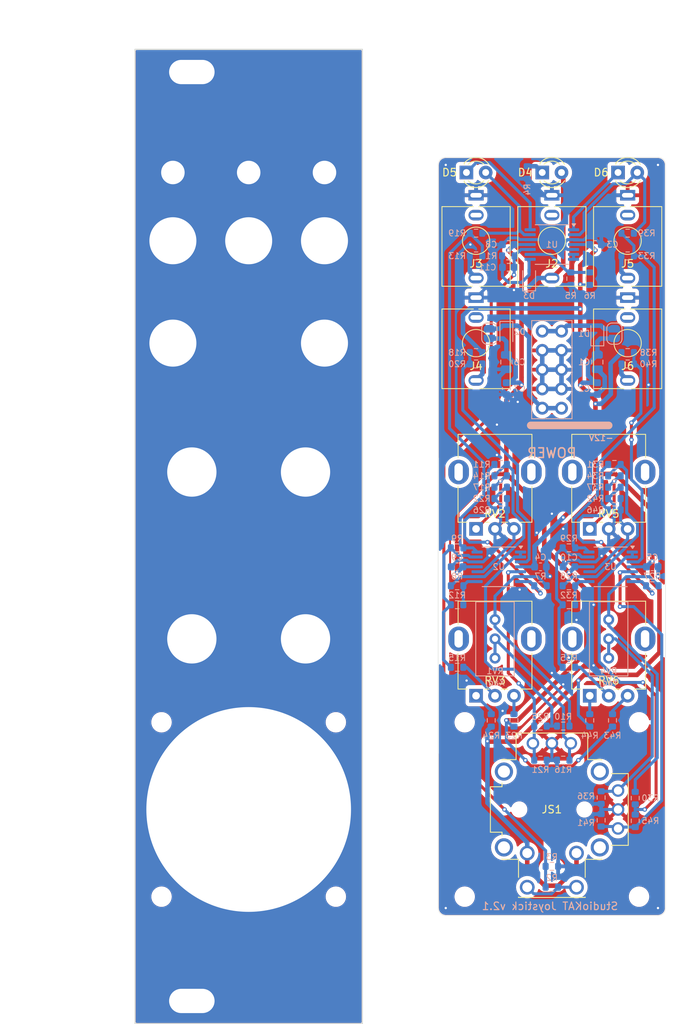
<source format=kicad_pcb>
(kicad_pcb (version 20240108) (generator "pcbnew") (generator_version "8.0")
  (layers (0 "F.Cu" signal) (31 "B.Cu" signal) (34 "B.Paste" user) (35 "F.Paste" user) (36 "B.SilkS" user "B.Silkscreen") (37 "F.SilkS" user "F.Silkscreen") (38 "B.Mask" user) (39 "F.Mask" user) (44 "Edge.Cuts" user))
  (net 0 "")
  (net 1 "GND")
  (net 2 "+12V")
  (net 3 "-12V")
  (net 4 "Net-(D3-A)")
  (net 5 "Net-(U1C-+)")
  (net 6 "Net-(D1-A)")
  (net 7 "Net-(D2-K)")
  (net 8 "Net-(D3-K)")
  (net 9 "Net-(D4-K)")
  (net 10 "Net-(D5-AK)")
  (net 11 "Net-(D5-KA)")
  (net 12 "Net-(D6-AK)")
  (net 13 "Net-(D6-KA)")
  (net 16 "Net-(J3-PadT)")
  (net 17 "Net-(R13-Pad1)")
  (net 19 "Net-(J5-PadT)")
  (net 22 "Net-(J6-PadT)")
  (net 23 "/X1")
  (net 24 "Net-(JS1-PadB)")
  (net 25 "/X3")
  (net 26 "/Y1")
  (net 27 "/Y3")
  (net 28 "Net-(U1C--)")
  (net 29 "Net-(U2B--)")
  (net 30 "Net-(R14-Pad2)")
  (net 31 "Net-(U2C--)")
  (net 32 "Net-(R15-Pad1)")
  (net 33 "Net-(R23-Pad2)")
  (net 34 "Net-(U2D--)")
  (net 35 "Net-(U2A--)")
  (net 36 "Net-(R24-Pad1)")
  (net 37 "Net-(U2A-+)")
  (net 38 "Net-(U2C-+)")
  (net 39 "Net-(U3B--)")
  (net 40 "Net-(R29-Pad2)")
  (net 41 "Net-(U3C--)")
  (net 42 "Net-(R43-Pad2)")
  (net 43 "Net-(R44-Pad1)")
  (net 44 "Net-(R34-Pad2)")
  (net 45 "Net-(U3C-+)")
  (net 46 "Net-(U1B--)")
  (net 47 "Net-(U3A-+)")
  (net 48 "Net-(R35-Pad1)")
  (net 49 "Net-(U3A--)")
  (net 50 "Net-(U3D--)")
  (net 51 "Net-(R28-Pad2)")
  (net 52 "Net-(R27-Pad2)")
  (net 53 "Net-(R12-Pad1)")
  (net 54 "Net-(R11-Pad1)")
  (net 55 "Net-(J4-PadT)")
  (net 56 "GND2")
  (footprint "kat_eurorack:Potentiometer_RV09" (layer "F.Cu") (at 153.5 85.5)
    (property "Reference" "RV5")
    (property "Value" "B100K")
  )
  (footprint "LED_THT:LED_D3.0mm" (layer "F.Cu") (at 144.73 46)
    (property "Reference" "D4")
    (property "Value" "LED")
  )
  (footprint "kat_eurorack:PH_AudioJack_3.5mm_Pad" (layer "F.Cu") (at 116 55)
    (property "Reference" "H8")
    (property "Value" "PH_Jack")
  )
  (footprint "kat_eurorack:MountingHole_2.2mm_M2" (layer "F.Cu") (at 117.5 118.5)
    (property "Reference" "H19" (hide yes))
    (property "Value" "PH_M2")
  )
  (footprint "kat_eurorack:Panel_6HP" (layer "F.Cu") (at 91 29.75)
    (property "Reference" "H1")
    (property "Value" "Panel")
    (fp_line (start 0 0) (end 30 0) (stroke (width 0.12)) (layer "Edge.Cuts"))
    (fp_line (start 0 128.5) (end 0 0) (stroke (width 0.12)) (layer "Edge.Cuts"))
    (fp_line (start 30 0) (end 30 128.5) (stroke (width 0.12)) (layer "Edge.Cuts"))
    (fp_line (start 30 128.5) (end 0 128.5) (stroke (width 0.12)) (layer "Edge.Cuts"))
  )
  (footprint "kat_eurorack:Joystick_RKJXV122400R" (layer "F.Cu") (at 146 130)
    (property "Reference" "JS1")
    (property "Value" "RKJXV122400R")
  )
  (footprint "kat_eurorack:PH_Joystick" (layer "F.Cu") (at 106 130)
    (property "Reference" "H14")
    (property "Value" "PH_Joystick" (hide yes))
  )
  (footprint "kat_eurorack:MountingHole_2.2mm_M2" (layer "F.Cu") (at 157.5 141.5)
    (property "Reference" "H16" (hide yes))
    (property "Value" "PH_M2")
  )
  (footprint "kat_eurorack:AudioJack_PJ301M-12" (layer "F.Cu") (at 136 55)
    (property "Reference" "J3")
    (property "Value" "X_OUT")
  )
  (footprint "kat_eurorack:PH_RV09_center" (layer "F.Cu") (at 98.5 107.5)
    (property "Reference" "H4" (hide yes))
    (property "Value" "PH_Pot" (hide yes))
  )
  (footprint "kat_eurorack:PH_LED_3.0mm_Pad" (layer "F.Cu") (at 116 46)
    (property "Reference" "H13")
    (property "Value" "PH_LED" (hide yes))
  )
  (footprint "kat_eurorack:MountingHole_2.2mm_M2" (layer "F.Cu") (at 157.5 118.5)
    (property "Reference" "H15" (hide yes))
    (property "Value" "PH_M2")
  )
  (footprint "kat_eurorack:MountingHole_2.2mm_M2" (layer "F.Cu") (at 94.5 118.5)
    (property "Reference" "H18" (hide yes))
    (property "Value" "PH_M2")
  )
  (footprint "kat_eurorack:MountingHole_2.2mm_M2" (layer "F.Cu") (at 134.5 141.5)
    (property "Reference" "H17" (hide yes))
    (property "Value" "PH_M2")
  )
  (footprint "kat_eurorack:AudioJack_PJ301M-12" (layer "F.Cu") (at 156 55)
    (property "Reference" "J5")
    (property "Value" "Y_OUT")
  )
  (footprint "kat_eurorack:PH_RV09_center" (layer "F.Cu") (at 113.5 85.5)
    (property "Reference" "H3" (hide yes))
    (property "Value" "PH_Pot" (hide yes))
  )
  (footprint "kat_eurorack:PH_LED_3.0mm_Pad" (layer "F.Cu") (at 106 46)
    (property "Reference" "H11")
    (property "Value" "PH_LED" (hide yes))
  )
  (footprint "kat_eurorack:PH_LED_3.0mm_Pad" (layer "F.Cu") (at 96 46)
    (property "Reference" "H12")
    (property "Value" "PH_LED" (hide yes))
  )
  (footprint "kat_eurorack:PH_RV09_center" (layer "F.Cu") (at 98.5 85.5)
    (property "Reference" "H2" (hide yes))
    (property "Value" "PH_Pot" (hide yes))
  )
  (footprint "kat_eurorack:PH_AudioJack_3.5mm_Pad" (layer "F.Cu") (at 106 55)
    (property "Reference" "H7")
    (property "Value" "PH_Jack")
  )
  (footprint "kat_eurorack:AudioJack_PJ301M-12" (layer "F.Cu") (at 146 55)
    (property "Reference" "J2")
    (property "Value" "GATE")
  )
  (footprint "kat_eurorack:MountingHole_2.2mm_M2" (layer "F.Cu") (at 94.5 141.5)
    (property "Reference" "H20" (hide yes))
    (property "Value" "PH_M2")
  )
  (footprint "LED_THT:LED_D3.0mm" (layer "F.Cu") (at 134.73 46)
    (property "Reference" "D5")
    (property "Value" "LED_RED_GREEN")
  )
  (footprint "kat_eurorack:Potentiometer_RV09" (layer "F.Cu") (at 138.5 107.5)
    (property "Reference" "RV3")
    (property "Value" "B100K")
  )
  (footprint "kat_eurorack:PH_RV09_center" (layer "F.Cu") (at 113.5 107.5)
    (property "Reference" "H5" (hide yes))
    (property "Value" "PH_Pot" (hide yes))
  )
  (footprint "LED_THT:LED_D3.0mm" (layer "F.Cu") (at 154.73 46)
    (property "Reference" "D6")
    (property "Value" "LED_RED_GREEN")
  )
  (footprint "kat_eurorack:Potentiometer_RV09" (layer "F.Cu") (at 153.5 107.5)
    (property "Reference" "RV6")
    (property "Value" "B100K")
  )
  (footprint "kat_eurorack:PH_AudioJack_3.5mm_Pad" (layer "F.Cu") (at 116 68.5)
    (property "Reference" "H10")
    (property "Value" "PH_Jack")
  )
  (footprint "kat_eurorack:PH_AudioJack_3.5mm_Pad" (layer "F.Cu") (at 96 55)
    (property "Reference" "H6")
    (property "Value" "PH_Jack")
  )
  (footprint "kat_eurorack:PH_AudioJack_3.5mm_Pad" (layer "F.Cu") (at 96 68.5)
    (property "Reference" "H9")
    (property "Value" "PH_Jack")
  )
  (footprint "kat_eurorack:Potentiometer_RV09" (layer "F.Cu") (at 138.5 85.5)
    (property "Reference" "RV2")
    (property "Value" "B100K")
  )
  (footprint "kat_eurorack:AudioJack_PJ301M-12" (layer "F.Cu") (at 136 68.5)
    (property "Reference" "J4")
    (property "Value" "X_IN")
  )
  (footprint "kat_eurorack:MountingHole_2.2mm_M2" (layer "F.Cu") (at 117.5 141.5)
    (property "Reference" "H21" (hide yes))
    (property "Value" "PH_M2")
  )
  (footprint "kat_eurorack:MountingHole_2.2mm_M2" (layer "F.Cu") (at 134.5 118.5)
    (property "Reference" "H22" (hide yes))
    (property "Value" "PH_M2")
  )
  (footprint "kat_eurorack:AudioJack_PJ301M-12" (layer "F.Cu") (at 156 68.5)
    (property "Reference" "J6")
    (property "Value" "Y_IN")
  )
  (footprint "Resistor_SMD:R_0603_1608Metric" (layer "B.Cu") (at 148.25 95.5)
    (property "Reference" "R29")
    (property "Value" "10K")
  )
  (footprint "Capacitor_SMD:C_0603_1608Metric" (layer "B.Cu") (at 152 74.5 -90)
    (property "Reference" "C2")
    (property "Value" "100nF")
  )
  (footprint "Resistor_SMD:R_0603_1608Metric" (layer "B.Cu") (at 154.25 87.5 180)
    (property "Reference" "R37")
    (property "Value" "39K")
  )
  (footprint "Resistor_SMD:R_0603_1608Metric" (layer "B.Cu") (at 148.25 111.25 180)
    (property "Reference" "R35")
    (property "Value" "10K")
  )
  (footprint "Resistor_SMD:R_0603_1608Metric" (layer "B.Cu") (at 146 140.25 180)
    (property "Reference" "R2")
    (property "Value" "100K")
  )
  (footprint "Resistor_SMD:R_0603_1608Metric" (layer "B.Cu") (at 133.5 95.5)
    (property "Reference" "R9")
    (property "Value" "10K")
  )
  (footprint "Resistor_SMD:R_0603_1608Metric" (layer "B.Cu") (at 139.25 87.5 180)
    (property "Reference" "R17")
    (property "Value" "39K")
  )
  (footprint "Resistor_SMD:R_0603_1608Metric" (layer "B.Cu") (at 139.25 86)
    (property "Reference" "R14")
    (property "Value" "22K")
  )
  (footprint "Resistor_SMD:R_0603_1608Metric" (layer "B.Cu") (at 136 69.75 180)
    (property "Reference" "R18")
    (property "Value" "1M")
  )
  (footprint "Resistor_SMD:R_0603_1608Metric" (layer "B.Cu") (at 133.5 111.25 180)
    (property "Reference" "R15")
    (property "Value" "10K")
  )
  (footprint "Resistor_SMD:R_0603_1608Metric" (layer "B.Cu") (at 156 54)
    (property "Reference" "R39")
    (property "Value" "3K")
  )
  (footprint "Capacitor_SMD:C_0603_1608Metric" (layer "B.Cu") (at 148.25 98)
    (property "Reference" "C10")
    (property "Value" "100nF")
  )
  (footprint "Capacitor_SMD:C_0603_1608Metric" (layer "B.Cu") (at 140.25 55.5)
    (property "Reference" "C8")
    (property "Value" "100nF")
  )
  (footprint "Package_SO:TSSOP-14_4.4x5mm_P0.65mm" (layer "B.Cu") (at 146 55.5 180)
    (property "Reference" "U1")
    (property "Value" "TL074")
  )
  (footprint "Resistor_SMD:R_0603_1608Metric" (layer "B.Cu") (at 138 118.25 -90)
    (property "Reference" "R24")
    (property "Value" "1K")
  )
  (footprint "Resistor_SMD:R_0603_1608Metric" (layer "B.Cu") (at 159.25 100.5 180)
    (property "Reference" "R27")
    (property "Value" "10K")
  )
  (footprint "Package_SO:TSSOP-14_4.4x5mm_P0.65mm" (layer "B.Cu") (at 139 98 180)
    (property "Reference" "U2")
    (property "Value" "TL074")
  )
  (footprint "Resistor_SMD:R_0603_1608Metric" (layer "B.Cu") (at 139.25 90.5)
    (property "Reference" "R26")
    (property "Value" "100K")
  )
  (footprint "Resistor_SMD:R_0603_1608Metric" (layer "B.Cu") (at 154 118.25 90)
    (property "Reference" "R43")
    (property "Value" "1K")
  )
  (footprint "Resistor_SMD:R_0603_1608Metric" (layer "B.Cu") (at 146 137.5)
    (property "Reference" "R3")
    (property "Value" "470K")
  )
  (footprint "Capacitor_SMD:C_0603_1608Metric" (layer "B.Cu") (at 133.5 98)
    (property "Reference" "C9")
    (property "Value" "100nF")
  )
  (footprint "Resistor_SMD:R_0603_1608Metric" (layer "B.Cu") (at 157 131.5 -90)
    (property "Reference" "R45")
    (property "Value" "10K")
  )
  (footprint "Resistor_SMD:R_0603_1608Metric" (layer "B.Cu") (at 148.25 103 180)
    (property "Reference" "R32")
    (property "Value" "10K")
  )
  (footprint "Diode_SMD:D_SOD-323" (layer "B.Cu") (at 152 67.25 90)
    (property "Reference" "D1")
    (property "Value" "1N5819WS")
  )
  (footprint "Resistor_SMD:R_0603_1608Metric" (layer "B.Cu") (at 152.5 131.425 -90)
    (property "Reference" "R41")
    (property "Value" "8.2K")
  )
  (footprint "Resistor_SMD:R_0603_1608Metric" (layer "B.Cu") (at 133.5 100.5)
    (property "Reference" "R8")
    (property "Value" "150K")
  )
  (footprint "Diode_SMD:D_SOD-323" (layer "B.Cu") (at 140 67.25 -90)
    (property "Reference" "D2")
    (property "Value" "1N5819WS")
  )
  (footprint "Resistor_SMD:R_0603_1608Metric" (layer "B.Cu") (at 140.25 57 180)
    (property "Reference" "R1")
    (property "Value" "1M")
  )
  (footprint "Capacitor_SMD:C_0603_1608Metric" (layer "B.Cu") (at 151.75 55.5)
    (property "Reference" "C3")
    (property "Value" "100nF")
  )
  (footprint "Capacitor_SMD:C_0603_1608Metric" (layer "B.Cu") (at 140.25 58.5 180)
    (property "Reference" "C11")
    (property "Value" "47nF")
  )
  (footprint "Resistor_SMD:R_0603_1608Metric" (layer "B.Cu") (at 144.5 119 180)
    (property "Reference" "R25")
    (property "Value" "10K")
  )
  (footprint "Resistor_SMD:R_0603_1608Metric" (layer "B.Cu") (at 154.25 89)
    (property "Reference" "R42")
    (property "Value" "82K")
  )
  (footprint "Capacitor_SMD:C_0805_2012Metric" (layer "B.Cu") (at 152 71 -90)
    (property "Reference" "C1")
    (property "Value" "22uF")
  )
  (footprint "Package_SO:TSSOP-14_4.4x5mm_P0.65mm" (layer "B.Cu") (at 153.75 98 180)
    (property "Reference" "U3")
    (property "Value" "TL074")
  )
  (footprint "Resistor_SMD:R_0603_1608Metric" (layer "B.Cu") (at 156 69.75)
    (property "Reference" "R38")
    (property "Value" "1M")
  )
  (footprint "Resistor_SMD:R_0603_1608Metric" (layer "B.Cu") (at 156 57 180)
    (property "Reference" "R33")
    (property "Value" "1K")
  )
  (footprint "Resistor_SMD:R_0603_1608Metric" (layer "B.Cu") (at 144.5 100.5 180)
    (property "Reference" "R7")
    (property "Value" "10K")
  )
  (footprint "Capacitor_SMD:C_0603_1608Metric" (layer "B.Cu") (at 140 74.5 90)
    (property "Reference" "C7")
    (property "Value" "100nF")
  )
  (footprint "Resistor_SMD:R_0603_1608Metric" (layer "B.Cu") (at 136 71.25 180)
    (property "Reference" "R20")
    (property "Value" "10K")
  )
  (footprint "Resistor_SMD:R_0603_1608Metric" (layer "B.Cu") (at 139.25 84.5)
    (property "Reference" "R11")
    (property "Value" "100K")
  )
  (footprint "Resistor_SMD:R_0603_1608Metric" (layer "B.Cu") (at 147.5 123.5)
    (property "Reference" "R16")
    (property "Value" "5.1K")
  )
  (footprint "Resistor_SMD:R_0603_1608Metric" (layer "B.Cu") (at 133.5 103 180)
    (property "Reference" "R12")
    (property "Value" "10K")
  )
  (footprint "kat_eurorack:BoxHeader_2x05_2.54mm_Europower" (layer "B.Cu") (at 146 72 180)
    (property "Reference" "J1" (hide yes))
    (property "Value" "POWER")
  )
  (footprint "Resistor_SMD:R_0603_1608Metric" (layer "B.Cu") (at 156 71.25)
    (property "Reference" "R40")
    (property "Value" "10K")
  )
  (footprint "Potentiometer_THT:Potentiometer_Bourns_3296W_Vertical" (layer "B.Cu") (at 138.5 104.96 90)
    (property "Reference" "RV1")
    (property "Value" "5kΩ 502")
  )
  (footprint "Jumper:SolderJumper-2_P1.3mm_Open_RoundedPad1.0x1.5mm" (layer "B.Cu") (at 137.75 67.25 -90)
    (property "Reference" "JP2" (hide yes))
    (property "Value" "Jumper_2_Open")
  )
  (footprint "Capacitor_SMD:C_0805_2012Metric" (layer "B.Cu") (at 140 71 90)
    (property "Reference" "C6")
    (property "Value" "22uF")
  )
  (footprint "Resistor_SMD:R_0603_1608Metric" (layer "B.Cu") (at 147.5 119)
    (property "Reference" "R10")
    (property "Value" "10K")
  )
  (footprint "Resistor_SMD:R_0603_1608Metric" (layer "B.Cu") (at 141 118.25 90)
    (property "Reference" "R23")
    (property "Value" "1K")
  )
  (footprint "Resistor_SMD:R_0603_1608Metric" (layer "B.Cu") (at 136 57 180)
    (property "Reference" "R13")
    (property "Value" "1K")
  )
  (footprint "Capacitor_SMD:C_0603_1608Metric" (layer "B.Cu") (at 144.5 98)
    (property "Reference" "C4")
    (property "Value" "100nF")
  )
  (footprint "Resistor_SMD:R_0603_1608Metric" (layer "B.Cu") (at 154.25 84.5)
    (property "Reference" "R31")
    (property "Value" "100K")
  )
  (footprint "Resistor_SMD:R_0603_1608Metric" (layer "B.Cu") (at 154.25 90.5)
    (property "Reference" "R46")
    (property "Value" "100K")
  )
  (footprint "Diode_SMD:D_SOD-323" (layer "B.Cu") (at 143 60 90)
    (property "Reference" "D3")
    (property "Value" "1N4148WS")
  )
  (footprint "Resistor_SMD:R_0603_1608Metric" (layer "B.Cu") (at 157 128.5 90)
    (property "Reference" "R30")
    (property "Value" "10K")
  )
  (footprint "Resistor_SMD:R_0603_1608Metric" (layer "B.Cu") (at 139.25 89)
    (property "Reference" "R22")
    (property "Value" "82K")
  )
  (footprint "Potentiometer_THT:Potentiometer_Bourns_3296W_Vertical" (layer "B.Cu") (at 153.5 104.96 90)
    (property "Reference" "RV4")
    (property "Value" "5kΩ 502")
  )
  (footprint "Resistor_SMD:R_0603_1608Metric" (layer "B.Cu") (at 151 118.25 -90)
    (property "Reference" "R44")
    (property "Value" "1K")
  )
  (footprint "Jumper:SolderJumper-2_P1.3mm_Open_RoundedPad1.0x1.5mm" (layer "B.Cu") (at 154.25 67.25 -90)
    (property "Reference" "JP1" (hide yes))
    (property "Value" "Jumper_2_Open")
  )
  (footprint "Resistor_SMD:R_0603_1608Metric" (layer "B.Cu") (at 152.5 128.425 90)
    (property "Reference" "R36")
    (property "Value" "5.1K")
  )
  (footprint "Capacitor_SMD:C_0603_1608Metric" (layer "B.Cu") (at 159.25 98)
    (property "Reference" "C5")
    (property "Value" "100nF")
  )
  (footprint "Resistor_SMD:R_0603_1608Metric" (layer "B.Cu") (at 154.25 86)
    (property "Reference" "R34")
    (property "Value" "22K")
  )
  (footprint "Resistor_SMD:R_0603_1608Metric" (layer "B.Cu") (at 148.25 100.5)
    (property "Reference" "R28")
    (property "Value" "150K")
  )
  (footprint "Resistor_SMD:R_0603_1608Metric" (layer "B.Cu") (at 151 60 -90)
    (property "Reference" "R6")
    (property "Value" "10K")
  )
  (footprint "Resistor_SMD:R_0603_1608Metric" (layer "B.Cu") (at 144.5 123.5 180)
    (property "Reference" "R21")
    (property "Value" "8.2K")
  )
  (footprint "Resistor_SMD:R_0603_1608Metric" (layer "B.Cu") (at 136 54)
    (property "Reference" "R19")
    (property "Value" "3K")
  )
  (footprint "Resistor_SMD:R_0603_1608Metric" (layer "B.Cu") (at 142.75 46 -90)
    (property "Reference" "R4")
    (property "Value" "6.2K")
  )
  (footprint "Resistor_SMD:R_0603_1608Metric" (layer "B.Cu") (at 148.5 60 90)
    (property "Reference" "R5")
    (property "Value" "4.7K")
  )
  (gr_line (start 132 144) (end 160 144) (stroke (width 0.05)) (layer "Edge.Cuts"))
  (gr_arc (start 131 45) (mid 131.292893 44.292893) (end 132 44) (stroke (width 0.05)) (layer "Edge.Cuts"))
  (gr_arc (start 132 144) (mid 131.292893 143.707107) (end 131 143) (stroke (width 0.05)) (layer "Edge.Cuts"))
  (gr_line (start 131 45) (end 131 143) (stroke (width 0.05)) (layer "Edge.Cuts"))
  (gr_arc (start 161 143) (mid 160.707107 143.707107) (end 160 144) (stroke (width 0.05)) (layer "Edge.Cuts"))
  (gr_line (start 160 44) (end 132 44) (stroke (width 0.05)) (layer "Edge.Cuts"))
  (gr_arc (start 160 44) (mid 160.707107 44.292893) (end 161 45) (stroke (width 0.05)) (layer "Edge.Cuts"))
  (gr_line (start 161 143) (end 161 45) (stroke (width 0.05)) (layer "Edge.Cuts"))
  (gr_text "Yadj" (at 153.5 113.25 0) (layer "B.SilkS") (effects (font (size 0.8 0.8) (thickness 0.12)) (justify mirror)))
  (gr_text "StudioKAT Joystick v2.1" (at 145.75 142.75 0) (layer "B.SilkS") (effects (font (size 1 1) (thickness 0.15) (bold yes)) (justify mirror)))
  (gr_text "Xadj" (at 138.5 113.25 0) (layer "B.SilkS") (effects (font (size 0.8 0.8) (thickness 0.12)) (justify mirror)))
  (segment (start 143.21 74.54) (end 144.73 74.54) (width 0.6) (layer "F.Cu") (net 1))
  (segment (start 141.5 76.25) (end 143.21 74.54) (width 0.6) (layer "F.Cu") (net 1))
  (via (at 138.75 83.25) (size 0.6) (drill 0.3) (layers "F.Cu" "B.Cu") (net 1))
  (via (at 151.5 103) (size 0.6) (drill 0.3) (layers "F.Cu" "B.Cu") (net 1))
  (via (at 160 99.25) (size 0.6) (drill 0.3) (layers "F.Cu" "B.Cu") (net 1))
  (via (at 134.75 113) (size 0.6) (drill 0.3) (layers "F.Cu" "B.Cu") (net 1))
  (via (at 160 143) (size 0.6) (drill 0.3) (layers "F.Cu" "B.Cu") (net 1))
  (via (at 144 93.5) (size 0.6) (drill 0.3) (layers "F.Cu" "B.Cu") (net 1))
  (via (at 151.5 111) (size 0.6) (drill 0.3) (layers "F.Cu" "B.Cu") (net 1))
  (via (at 132 45) (size 0.6) (drill 0.3) (layers "F.Cu" "B.Cu") (net 1))
  (via (at 146 91) (size 0.6) (drill 0.3) (layers "F.Cu" "B.Cu") (net 1))
  (via (at 135.25 55.5) (size 0.6) (drill 0.3) (layers "F.Cu" "B.Cu") (net 1))
  (via (at 137.767439 96.517439) (size 0.6) (drill 0.3) (layers "F.Cu" "B.Cu") (net 1))
  (via (at 148.25 110) (size 0.6) (drill 0.3) (layers "F.Cu" "B.Cu") (net 1))
  (via (at 147.5 93) (size 0.6) (drill 0.3) (layers "F.Cu" "B.Cu") (net 1))
  (via (at 141 61.5) (size 0.6) (drill 0.3) (layers "F.Cu" "B.Cu") (net 1))
  (via (at 158.75 74) (size 0.6) (drill 0.3) (layers "F.Cu" "B.Cu") (net 1))
  (via (at 145.75 99.25) (size 0.6) (drill 0.3) (layers "F.Cu" "B.Cu") (net 1))
  (via (at 152.5625 96.5625) (size 0.6) (drill 0.3) (layers "F.Cu" "B.Cu") (net 1))
  (via (at 146 112) (size 0.6) (drill 0.3) (layers "F.Cu" "B.Cu") (net 1))
  (via (at 138.75 79.25) (size 0.6) (drill 0.3) (layers "F.Cu" "B.Cu") (net 1))
  (via (at 160 45) (size 0.6) (drill 0.3) (layers "F.Cu" "B.Cu") (net 1))
  (via (at 141.75 101) (size 0.6) (drill 0.3) (layers "F.Cu" "B.Cu") (net 1))
  (via (at 147.5 113.5) (size 0.6) (drill 0.3) (layers "F.Cu" "B.Cu") (net 1))
  (via (at 132 143) (size 0.6) (drill 0.3) (layers "F.Cu" "B.Cu") (net 1))
  (via (at 139.5 117) (size 0.6) (drill 0.3) (layers "F.Cu" "B.Cu") (net 1))
  (via (at 141.5 76.25) (size 0.6) (drill 0.3) (layers "F.Cu" "B.Cu") (net 1))
  (via (at 149.25 105) (size 0.6) (drill 0.3) (layers "F.Cu" "B.Cu") (net 1))
  (segment (start 148.8625 54.8625) (end 148.9 54.9) (width 0.4) (layer "B.Cu") (net 1))
  (segment (start 146.675 123.5) (end 146 123.5) (width 0.4) (layer "B.Cu") (net 1))
  (segment (start 160.025 99.225) (end 160 99.25) (width 0.4) (layer "B.Cu") (net 1))
  (segment (start 151.65 54.625) (end 152.525 55.5) (width 0.4) (layer "B.Cu") (net 1))
  (segment (start 138.5 93) (end 139.25 92.25) (width 0.4) (layer "B.Cu") (net 1))
  (segment (start 138.625 56.35) (end 138.625 59.875) (width 0.4) (layer "B.Cu") (net 1))
  (segment (start 136 49) (end 136.8 49) (width 0.4) (layer "B.Cu") (net 1))
  (segment (start 152.5 130) (end 152.5 130.6) (width 0.4) (layer "B.Cu") (net 1))
  (segment (start 147.505 74.775) (end 147.27 74.54) (width 0.6) (layer "B.Cu") (net 1))
  (segment (start 140 71.95) (end 139.025 72.925) (width 0.6) (layer "B.Cu") (net 1))
  (segment (start 136.934878 97.35) (end 136.1375 97.35) (width 0.4) (layer "B.Cu") (net 1))
  (segment (start 138.625 59.875) (end 136 62.5) (width 0.4) (layer "B.Cu") (net 1))
  (segment (start 147.384878 54.85) (end 147.725 55.190122) (width 0.4) (layer "B.Cu") (net 1))
  (segment (start 140.975 76.25) (end 141.5 76.25) (width 0.6) (layer "B.Cu") (net 1))
  (segment (start 138.5 93) (end 138.5 95.784878) (width 0.4) (layer "B.Cu") (net 1))
  (segment (start 140.35 54.625) (end 139.475 55.5) (width 0.4) (layer "B.Cu") (net 1))
  (segment (start 147.27 69.46) (end 144.73 69.46) (width 0.6) (layer "B.Cu") (net 1))
  (segment (start 150.85 51.577056) (end 150.85 54.259882) (width 0.4) (layer "B.Cu") (net 1))
  (segment (start 133.6 97.125) (end 132.725 98) (width 0.4) (layer "B.Cu") (net 1))
  (segment (start 154.73 130) (end 152.5 130) (width 0.4) (layer "B.Cu") (net 1))
  (segment (start 152.5 129.25) (end 151.5 129.25) (width 0.4) (layer "B.Cu") (net 1))
  (segment (start 151.5 129.25) (end 146.675 124.425) (width 0.4) (layer "B.Cu") (net 1))
  (segment (start 151.775 97.35) (end 150.8875 97.35) (width 0.4) (layer "B.Cu") (net 1))
  (segment (start 145.275 98.775) (end 145.275 98) (width 0.4) (layer "B.Cu") (net 1))
  (segment (start 146.675 124.425) (end 146.675 123.5) (width 0.4) (layer "B.Cu") (net 1))
  (segment (start 146.825 135.425) (end 146.825 137.5) (width 0.4) (layer "B.Cu") (net 1))
  (segment (start 148.8625 54.85) (end 148.065122 54.85) (width 0.4) (layer "B.Cu") (net 1))
  (segment (start 136.8 49) (end 136.8 49.289949) (width 0.4) (layer "B.Cu") (net 1))
  (segment (start 150.8875 97.35) (end 149.740118 97.35) (width 0.4) (layer "B.Cu") (net 1))
  (segment (start 139.475 55.5) (end 138.625 56.35) (width 0.4) (layer "B.Cu") (net 1))
  (segment (start 154.225 92.275) (end 154.225 89.8) (width 0.4) (layer "B.Cu") (net 1))
  (segment (start 152.5 129.25) (end 152.5 130) (width 0.4) (layer "B.Cu") (net 1))
  (segment (start 156 49) (end 153.427056 49) (width 0.4) (layer "B.Cu") (net 1))
  (segment (start 139.925 87.5) (end 138.425 89) (width 0.4) (layer "B.Cu") (net 1))
  (segment (start 148.9 54.9) (end 150.209882 54.9) (width 0.4) (layer "B.Cu") (net 1))
  (segment (start 139.25 89.825) (end 138.425 89) (width 0.4) (layer "B.Cu") (net 1))
  (segment (start 152.975 72.925) (end 152.975 74.3) (width 0.6) (layer "B.Cu") (net 1))
  (segment (start 147.27 74.54) (end 144.73 74.54) (width 0.6) (layer "B.Cu") (net 1))
  (segment (start 145.75 99.25) (end 145.275 98.775) (width 0.4) (layer "B.Cu") (net 1))
  (segment (start 153.427056 49) (end 150.85 51.577056) (width 0.4) (layer "B.Cu") (net 1))
  (segment (start 134.990118 97.35) (end 134.765118 97.125) (width 0.4) (layer "B.Cu") (net 1))
  (segment (start 150.175 62.5) (end 148.5 60.825) (width 0.4) (layer "B.Cu") (net 1))
  (segment (start 152 71.95) (end 152.975 72.925) (width 0.6) (layer "B.Cu") (net 1))
  (segment (start 139.025 74.3) (end 140.975 76.25) (width 0.6) (layer "B.Cu") (net 1))
  (segment (start 139.25 92.25) (end 139.25 89.825) (width 0.4) (layer "B.Cu") (net 1))
  (segment (start 153.5 93) (end 154.225 92.275) (width 0.4) (layer "B.Cu") (net 1))
  (segment (start 150.209882 54.9) (end 150.484882 54.625) (width 0.4) (layer "B.Cu") (net 1))
  (segment (start 136.1375 97.35) (end 134.990118 97.35) (width 0.4) (layer "B.Cu") (net 1))
  (segment (start 144.73 69.46) (end 144.73 74.54) (width 0.6) (layer "B.Cu") (net 1))
  (segment (start 143.1375 54.85) (end 147.384878 54.85) (width 0.4) (layer "B.Cu") (net 1))
  (segment (start 155.075 87.5) (end 154.925 87.5) (width 0.4) (layer "B.Cu") (net 1))
  (segment (start 149.740118 97.35) (end 149.515118 97.125) (width 0.4) (layer "B.Cu") (net 1))
  (segment (start 140.075 87.5) (end 139.925 87.5) (width 0.4) (layer "B.Cu") (net 1))
  (segment (start 141.515118 54.625) (end 140.35 54.625) (width 0.4) (layer "B.Cu") (net 1))
  (segment (start 156 62.5) (end 150.175 62.5) (width 0.4) (layer "B.Cu") (net 1))
  (segment (start 153.5 95.625) (end 152.5625 96.5625) (width 0.4) (layer "B.Cu") (net 1))
  (segment (start 147.27 69.46) (end 147.27 74.54) (width 0.6) (layer "B.Cu") (net 1))
  (segment (start 146 123.5) (end 145.325 123.5) (width 0.4) (layer "B.Cu") (net 1))
  (segment (start 152.975 74.3) (end 152 75.275) (width 0.6) (layer "B.Cu") (net 1))
  (segment (start 143.1375 54.85) (end 141.740118 54.85) (width 0.4) (layer "B.Cu") (net 1))
  (segment (start 151.65 130.6) (end 146.825 135.425) (width 0.4) (layer "B.Cu") (net 1))
  (segment (start 160.025 98) (end 160.025 99.225) (width 0.4) (layer "B.Cu") (net 1))
  (segment (start 141.740118 54.85) (end 141.515118 54.625) (width 0.4) (layer "B.Cu") (net 1))
  (segment (start 150.484882 54.625) (end 151.65 54.625) (width 0.4) (layer "B.Cu") (net 1))
  (segment (start 152.5625 96.5625) (end 151.775 97.35) (width 0.4) (layer "B.Cu") (net 1))
  (segment (start 146 121.27) (end 146 123.5) (width 0.4) (layer "B.Cu") (net 1))
  (segment (start 137.767439 96.517439) (end 136.934878 97.35) (width 0.4) (layer "B.Cu") (net 1))
  (segment (start 154.925 87.5) (end 153.425 89) (width 0.4) (layer "B.Cu") (net 1))
  (segment (start 147.725 55.190122) (end 147.725 55.809878) (width 0.4) (layer "B.Cu") (net 1))
  (segment (start 147.27 72) (end 144.73 72) (width 0.6) (layer "B.Cu") (net 1))
  (segment (start 148.065122 54.85) (end 147.725 55.190122) (width 0.4) (layer "B.Cu") (net 1))
  (segment (start 153.5 93) (end 153.5 95.625) (width 0.4) (layer "B.Cu") (net 1))
  (segment (start 138.5 95.784878) (end 137.767439 96.517439) (width 0.4) (layer "B.Cu") (net 1))
  (segment (start 152.5 130.6) (end 151.65 130.6) (width 0.4) (layer "B.Cu") (net 1))
  (segment (start 154.225 89.8) (end 153.425 89) (width 0.4) (layer "B.Cu") (net 1))
  (segment (start 148.065122 56.15) (end 148.8625 56.15) (width 0.4) (layer "B.Cu") (net 1))
  (segment (start 148.8625 54.85) (end 148.8625 54.8625) (width 0.4) (layer "B.Cu") (net 1))
  (segment (start 149.515118 97.125) (end 148.35 97.125) (width 0.4) (layer "B.Cu") (net 1))
  (segment (start 148.35 97.125) (end 147.475 98) (width 0.4) (layer "B.Cu") (net 1))
  (segment (start 139.025 72.925) (end 139.025 74.3) (width 0.6) (layer "B.Cu") (net 1))
  (segment (start 150.85 54.259882) (end 150.484882 54.625) (width 0.4) (layer "B.Cu") (net 1))
  (segment (start 147.725 55.809878) (end 148.065122 56.15) (width 0.4) (layer "B.Cu") (net 1))
  (segment (start 142.75 46.825) (end 144.925 49) (width 0.6) (layer "B.Cu") (net 1))
  (segment (start 144.925 49) (end 146 49) (width 0.6) (layer "B.Cu") (net 1))
  (segment (start 134.765118 97.125) (end 133.6 97.125) (width 0.4) (layer "B.Cu") (net 1))
  (segment (start 149.75 74.059563) (end 151.75 76.059563) (width 0.6) (layer "F.Cu") (net 2))
  (segment (start 149.75 60.75) (end 149.75 64) (width 0.6) (layer "F.Cu") (net 2))
  (segment (start 159.2 98.05) (end 159.2 99.95) (width 0.6) (layer "F.Cu") (net 2))
  (segment (start 149.75 58.25) (end 149.75 60.75) (width 0.6) (layer "F.Cu") (net 2))
  (segment (start 151.75 76.059563) (end 151.75 76.5) (width 0.6) (layer "F.Cu") (net 2))
  (segment (start 157.25 112.25) (end 150.25 112.25) (width 0.6) (layer "F.Cu") (net 2))
  (segment (start 159.25 97.25) (end 159.25 90.618629) (width 0.6) (layer "F.Cu") (net 2))
  (segment (start 137.55 121.05) (end 141.45 121.05) (width 0.6) (layer "F.Cu") (net 2))
  (segment (start 149.25 135.75) (end 149.25 137.648266) (width 0.6) (layer "F.Cu") (net 2))
  (segment (start 159.25 90.618629) (end 154.381371 85.75) (width 0.6) (layer "F.Cu") (net 2))
  (segment (start 145.05 140.05) (end 142.75 137.75) (width 0.6) (layer "F.Cu") (net 2))
  (segment (start 151.75 56.25) (end 149.75 58.25) (width 0.6) (layer "F.Cu") (net 2))
  (segment (start 151.75 76.5) (end 151.75 87.25) (width 0.6) (layer "F.Cu") (net 2))
  (segment (start 141.45 121.05) (end 149.5 113) (width 0.6) (layer "F.Cu") (net 2))
  (segment (start 137.5 121) (end 137.55 121.05) (width 0.6) (layer "F.Cu") (net 2))
  (segment (start 159.25 98) (end 159.2 98.05) (width 0.6) (layer "F.Cu") (net 2))
  (segment (start 150.25 112.25) (end 149.5 113) (width 0.6) (layer "F.Cu") (net 2))
  (segment (start 159.25 97.25) (end 159.25 98) (width 0.6) (layer "F.Cu") (net 2))
  (segment (start 160.2 100.95) (end 160.2 109.3) (width 0.6) (layer "F.Cu") (net 2))
  (segment (start 149.25 137.648266) (end 146.848266 140.05) (width 0.6) (layer "F.Cu") (net 2))
  (segment (start 146.848266 140.05) (end 145.05 140.05) (width 0.6) (layer "F.Cu") (net 2))
  (segment (start 160.2 109.3) (end 157.25 112.25) (width 0.6) (layer "F.Cu") (net 2))
  (segment (start 151.75 87.25) (end 147.5 91.5) (width 0.6) (layer "F.Cu") (net 2))
  (segment (start 142.75 137.75) (end 142.75 135.75) (width 0.6) (layer "F.Cu") (net 2))
  (segment (start 154.381371 85.75) (end 151.75 85.75) (width 0.6) (layer "F.Cu") (net 2))
  (segment (start 159.2 99.95) (end 160.2 100.95) (width 0.6) (layer "F.Cu") (net 2))
  (segment (start 149.75 64) (end 149.75 74.059563) (width 0.6) (layer "F.Cu") (net 2))
  (via (at 149.75 64) (size 0.6) (drill 0.3) (layers "F.Cu" "B.Cu") (net 2))
  (via (at 147.5 91.5) (size 0.6) (drill 0.3) (layers "F.Cu" "B.Cu") (net 2))
  (via (at 159.25 97.25) (size 0.6) (drill 0.3) (layers "F.Cu" "B.Cu") (net 2))
  (via (at 149.5 113) (size 0.6) (drill 0.3) (layers "F.Cu" "B.Cu") (net 2))
  (via (at 149.75 60.75) (size 0.6) (drill 0.3) (layers "F.Cu" "B.Cu") (net 2))
  (via (at 151.75 76.5) (size 0.6) (drill 0.3) (layers "F.Cu" "B.Cu") (net 2))
  (via (at 149.75 74.059563) (size 0.6) (drill 0.3) (layers "F.Cu" "B.Cu") (net 2))
  (via (at 137.5 121) (size 0.6) (drill 0.3) (layers "F.Cu" "B.Cu") (net 2))
  (via (at 151.75 56.25) (size 0.6) (drill 0.3) (layers "F.Cu" "B.Cu") (net 2))
  (segment (start 148.8625 55.5) (end 150.975 55.5) (width 0.4) (layer "B.Cu") (net 2))
  (segment (start 137.5 129.121142) (end 137.5 119.575) (width 0.6) (layer "B.Cu") (net 2))
  (segment (start 152 70.05) (end 150.775 71.275) (width 0.6) (layer "B.Cu") (net 2))
  (segment (start 153.75 71.175) (end 153.75 72.568629) (width 0.6) (layer "B.Cu") (net 2))
  (segment (start 134.275 67.2) (end 136.825 69.75) (width 0.6) (layer "B.Cu") (net 2))
  (segment (start 159.25 97.25) (end 159.225 97.25) (width 0.6) (layer "B.Cu") (net 2))
  (segment (start 149.67 63.92) (end 135.202944 63.92) (width 0.6) (layer "B.Cu") (net 2))
  (segment (start 151.725 73.725) (end 152 73.725) (width 0.6) (layer "B.Cu") (net 2))
  (segment (start 149.75 64) (end 149.67 63.92) (width 0.6) (layer "B.Cu") (net 2))
  (segment (start 151 60.825) (end 149.825 60.825) (width 0.4) (layer "B.Cu") (net 2))
  (segment (start 153.775 75.225) (end 152.5 76.5) (width 0.6) (layer "B.Cu") (net 2))
  (segment (start 147.5 91.5) (end 143.725 95.275) (width 0.6) (layer "B.Cu") (net 2))
  (segment (start 142.75 134.371142) (end 137.5 129.121142) (width 0.6) (layer "B.Cu") (net 2))
  (segment (start 149.5 117.575) (end 149.5 113) (width 0.4) (layer "B.Cu") (net 2))
  (segment (start 153.75 72.568629) (end 153.775 72.593629) (width 0.6) (layer "B.Cu") (net 2))
  (segment (start 137.5 119.575) (end 138 119.075) (width 0.6) (layer "B.Cu") (net 2))
  (segment (start 149.825 60.825) (end 149.75 60.75) (width 0.4) (layer "B.Cu") (net 2))
  (segment (start 150.775 72.775) (end 151.725 73.725) (width 0.6) (layer "B.Cu") (net 2))
  (segment (start 151.75 56.25) (end 151.725 56.25) (width 0.6) (layer "B.Cu") (net 2))
  (segment (start 152.4 67.9) (end 152 68.3) (width 0.6) (layer "B.Cu") (net 2))
  (segment (start 149.25 135.25) (end 149.25 135.75) (width 0.6) (layer "B.Cu") (net 2))
  (segment (start 153.775 72.593629) (end 153.775 75.225) (width 0.6) (layer "B.Cu") (net 2))
  (segment (start 152 68.3) (end 152 70.05) (width 0.6) (layer "B.Cu") (net 2))
  (segment (start 134.275 64.847944) (end 134.275 67.2) (width 0.6) (layer "B.Cu") (net 2))
  (segment (start 152.5 76.5) (end 151.75 76.5) (width 0.6) (layer "B.Cu") (net 2))
  (segment (start 152.3 69.75) (end 152 70.05) (width 0.6) (layer "B.Cu") (net 2))
  (segment (start 143.725 98) (end 143.75 98) (width 0.6) (layer "B.Cu") (net 2))
  (segment (start 154.25 67.9) (end 152.4 67.9) (width 0.6) (layer "B.Cu") (net 2))
  (segment (start 135.202944 63.92) (end 134.275 64.847944) (width 0.6) (layer "B.Cu") (net 2))
  (segment (start 141.8625 98) (end 143.725 98) (width 0.4) (layer "B.Cu") (net 2))
  (segment (start 159.225 97.25) (end 158.475 98) (width 0.6) (layer "B.Cu") (net 2))
  (segment (start 150.084563 73.725) (end 149.75 74.059563) (width 0.6) (layer "B.Cu") (net 2))
  (segment (start 151 119.075) (end 149.5 117.575) (width 0.4) (layer "B.Cu") (net 2))
  (segment (start 150.775 71.275) (end 150.775 72.775) (width 0.6) (layer "B.Cu") (net 2))
  (segment (start 155.175 69.75) (end 153.75 71.175) (width 0.6) (layer "B.Cu") (net 2))
  (segment (start 143.725 95.275) (end 143.725 98) (width 0.6) (layer "B.Cu") (net 2))
  (segment (start 152 73.725) (end 150.084563 73.725) (width 0.6) (layer "B.Cu") (net 2))
  (segment (start 156.6125 98) (end 158.475 98) (width 0.4) (layer "B.Cu") (net 2))
  (segment (start 142.75 135.75) (end 142.75 134.371142) (width 0.6) (layer "B.Cu") (net 2))
  (segment (start 151.725 56.25) (end 150.975 55.5) (width 0.6) (layer "B.Cu") (net 2))
  (segment (start 150.56 101.06) (end 148.25 98.75) (width 0.6) (layer "F.Cu") (net 3))
  (segment (start 148.75 124.25) (end 143.25 124.25) (width 0.4) (layer "F.Cu") (net 3))
  (segment (start 148.25 98.75) (end 145 95.5) (width 0.6) (layer "F.Cu") (net 3))
  (segment (start 140 118.25) (end 141.5 118.25) (width 0.6) (layer "F.Cu") (net 3))
  (segment (start 142 58) (end 140.25 56.25) (width 0.6) (layer "F.Cu") (net 3))
  (segment (start 145 95.5) (end 145 90.75) (width 0.6) (layer "F.Cu") (net 3))
  (segment (start 138.5 85.75) (end 140 85.75) (width 0.6) (layer "F.Cu") (net 3))
  (segment (start 150.56 109.19) (end 150.56 101.06) (width 0.6) (layer "F.Cu") (net 3))
  (segment (start 142 73) (end 142 58) (width 0.6) (layer "F.Cu") (net 3))
  (segment (start 145 90.75) (end 140 85.75) (width 0.6) (layer "F.Cu") (net 3))
  (segment (start 133.5 90.75) (end 138.5 85.75) (width 0.6) (layer "F.Cu") (net 3))
  (segment (start 141.5 118.25) (end 150.56 109.19) (width 0.6) (layer "F.Cu") (net 3))
  (segment (start 143.25 124.25) (end 142.5 123.5) (width 0.4) (layer "F.Cu") (net 3))
  (segment (start 140 76) (end 142 74) (width 0.6) (layer "F.Cu") (net 3))
  (segment (start 149.5 123.5) (end 148.75 124.25) (width 0.4) (layer "F.Cu") (net 3))
  (segment (start 133.5 98.75) (end 133.5 90.75) (width 0.6) (layer "F.Cu") (net 3))
  (segment (start 142 74) (end 142 73) (width 0.6) (layer "F.Cu") (net 3))
  (segment (start 140 85.75) (end 140 76) (width 0.6) (layer "F.Cu") (net 3))
  (via (at 133.5 98.75) (size 0.6) (drill 0.3) (layers "F.Cu" "B.Cu") (net 3))
  (via (at 142.5 123.5) (size 0.6) (drill 0.3) (layers "F.Cu" "B.Cu") (net 3))
  (via (at 148.25 98.75) (size 0.6) (drill 0.3) (layers "F.Cu" "B.Cu") (net 3))
  (via (at 140.25 56.25) (size 0.6) (drill 0.3) (layers "F.Cu" "B.Cu") (net 3))
  (via (at 140 118.25) (size 0.6) (drill 0.3) (layers "F.Cu" "B.Cu") (net 3))
  (via (at 149.5 123.5) (size 0.6) (drill 0.3) (layers "F.Cu" "B.Cu") (net 3))
  (via (at 142 74) (size 0.6) (drill 0.3) (layers "F.Cu" "B.Cu") (net 3))
  (segment (start 150.8875 98) (end 149.025 98) (width 0.4) (layer "B.Cu") (net 3))
  (segment (start 141.225 71.275) (end 141.225 72.975) (width 0.6) (layer "B.Cu") (net 3))
  (segment (start 140.275 56.25) (end 141.025 55.5) (width 0.6) (layer "B.Cu") (net 3))
  (segment (start 140.475 73.725) (end 140 73.725) (width 0.6) (layer "B.Cu") (net 3))
  (segment (start 140 68.3) (end 140 70.05) (width 0.6) (layer "B.Cu") (net 3))
  (segment (start 140 70.05) (end 141.225 71.275) (width 0.6) (layer "B.Cu") (net 3))
  (segment (start 137.75 67.9) (end 139.6 67.9) (width 0.6) (layer "B.Cu") (net 3))
  (segment (start 139.6 67.9) (end 140 68.3) (width 0.6) (layer "B.Cu") (net 3))
  (segment (start 140.825 119.075) (end 141 119.075) (width 0.4) (layer "B.Cu") (net 3))
  (segment (start 136.1375 98) (end 134.275 98) (width 0.4) (layer "B.Cu") (net 3))
  (segment (start 143.1375 55.5) (end 141.025 55.5) (width 0.4) (layer "B.Cu") (net 3))
  (segment (start 142 74) (end 141.725 73.725) (width 0.6) (layer "B.Cu") (net 3))
  (segment (start 148.25 98.75) (end 148.275 98.75) (width 0.6) (layer "B.Cu") (net 3))
  (segment (start 140 118.25) (end 140.825 119.075) (width 0.4) (layer "B.Cu") (net 3))
  (segment (start 133.5 98.75) (end 134.25 98) (width 0.6) (layer "B.Cu") (net 3))
  (segment (start 141.225 72.975) (end 140.475 73.725) (width 0.6) (layer "B.Cu") (net 3))
  (segment (start 154 119.075) (end 149.575 123.5) (width 0.4) (layer "B.Cu") (net 3))
  (segment (start 140.25 56.25) (end 140.275 56.25) (width 0.6) (layer "B.Cu") (net 3))
  (segment (start 134.25 98) (end 134.275 98) (width 0.6) (layer "B.Cu") (net 3))
  (segment (start 141.725 73.725) (end 140.475 73.725) (width 0.6) (layer "B.Cu") (net 3))
  (segment (start 140 121) (end 142.5 123.5) (width 0.4) (layer "B.Cu") (net 3))
  (segment (start 140 118.25) (end 140 121) (width 0.4) (layer "B.Cu") (net 3))
  (segment (start 148.275 98.75) (end 149.025 98) (width 0.6) (layer "B.Cu") (net 3))
  (segment (start 149.575 123.5) (end 149.5 123.5) (width 0.4) (layer "B.Cu") (net 3))
  (segment (start 143 57.5875) (end 143 58.95) (width 0.4) (layer "B.Cu") (net 4))
  (segment (start 140.25 60.5) (end 142 60.5) (width 0.4) (layer "B.Cu") (net 4))
  (segment (start 143 59.5) (end 143 58.95) (width 0.4) (layer "B.Cu") (net 4))
  (segment (start 142 60.5) (end 143 59.5) (width 0.4) (layer "B.Cu") (net 4))
  (segment (start 139.475 59.725) (end 140.25 60.5) (width 0.4) (layer "B.Cu") (net 4))
  (segment (start 143.1375 57.45) (end 143 57.5875) (width 0.4) (layer "B.Cu") (net 4))
  (segment (start 139.475 58.5) (end 139.475 59.725) (width 0.4) (layer "B.Cu") (net 4))
  (segment (start 139.425 58.45) (end 139.475 58.5) (width 0.4) (layer "B.Cu") (net 4))
  (segment (start 139.425 57) (end 139.425 58.45) (width 0.4) (layer "B.Cu") (net 4))
  (segment (start 139.75 130) (end 131.75 122) (width 0.4) (layer "F.Cu") (net 5))
  (segment (start 131.75 122) (end 131.75 84.25) (width 0.4) (layer "F.Cu") (net 5))
  (segment (start 138 62.5) (end 141 59.5) (width 0.4) (layer "F.Cu") (net 5))
  (segment (start 138 78) (end 138 62.5) (width 0.4) (layer "F.Cu") (net 5))
  (segment (start 131.75 84.25) (end 138 78) (width 0.4) (layer "F.Cu") (net 5))
  (via (at 139.75 130) (size 0.6) (drill 0.3) (layers "F.Cu" "B.Cu") (net 5))
  (via (at 141 59.5) (size 0.6) (drill 0.3) (layers "F.Cu" "B.Cu") (net 5))
  (segment (start 145.175 140.25) (end 145.175 137.5) (width 0.4) (layer "B.Cu") (net 5))
  (segment (start 141.025 57.05) (end 141.075 57) (width 0.4) (layer "B.Cu") (net 5))
  (segment (start 141.025 58.5) (end 141.025 57.05) (width 0.4) (layer "B.Cu") (net 5))
  (segment (start 139.75 130) (end 145.175 135.425) (width 0.4) (layer "B.Cu") (net 5))
  (segment (start 143.1375 56.15) (end 141.925 56.15) (width 0.4) (layer "B.Cu") (net 5))
  (segment (start 145.175 135.425) (end 145.175 137.5) (width 0.4) (layer "B.Cu") (net 5))
  (segment (start 141.025 59.475) (end 141 59.5) (width 0.4) (layer "B.Cu") (net 5))
  (segment (start 141.025 58.5) (end 141.025 59.475) (width 0.4) (layer "B.Cu") (net 5))
  (segment (start 141.925 56.15) (end 141.075 57) (width 0.4) (layer "B.Cu") (net 5))
  (segment (start 152.9 66.6) (end 152.5 66.2) (width 0.6) (layer "B.Cu") (net 6))
  (segment (start 154.25 66.6) (end 152.9 66.6) (width 0.6) (layer "B.Cu") (net 6))
  (segment (start 144.73 66.92) (end 147.27 66.92) (width 0.6) (layer "B.Cu") (net 6))
  (segment (start 152.5 66.2) (end 147.99 66.2) (width 0.6) (layer "B.Cu") (net 6))
  (segment (start 147.99 66.2) (end 147.27 66.92) (width 0.6) (layer "B.Cu") (net 6))
  (segment (start 143 67.75) (end 141.45 66.2) (width 0.6) (layer "B.Cu") (net 7))
  (segment (start 143 75.35) (end 143 67.75) (width 0.6) (layer "B.Cu") (net 7))
  (segment (start 144.73 77.08) (end 143 75.35) (width 0.6) (layer "B.Cu") (net 7))
  (segment (start 139.5 66.2) (end 139.1 66.6) (width 0.6) (layer "B.Cu") (net 7))
  (segment (start 147.27 77.08) (end 144.73 77.08) (width 0.6) (layer "B.Cu") (net 7))
  (segment (start 139.1 66.6) (end 137.75 66.6) (width 0.6) (layer "B.Cu") (net 7))
  (segment (start 141.45 66.2) (end 139.5 66.2) (width 0.6) (layer "B.Cu") (net 7))
  (segment (start 147.5 46.23) (end 147.27 46) (width 0.6) (layer "F.Cu") (net 8))
  (segment (start 146 59.92) (end 147.5 58.42) (width 0.6) (layer "F.Cu") (net 8))
  (segment (start 147.5 58.42) (end 147.5 46.23) (width 0.6) (layer "F.Cu") (net 8))
  (segment (start 145.92 60) (end 146 59.92) (width 0.6) (layer "B.Cu") (net 8))
  (segment (start 144.13 59.92) (end 143 61.05) (width 0.6) (layer "B.Cu") (net 8))
  (segment (start 146 59.92) (end 144.13 59.92) (width 0.6) (layer "B.Cu") (net 8))
  (segment (start 142.75 45.175) (end 143.905 45.175) (width 0.6) (layer "B.Cu") (net 9))
  (segment (start 144.555 46.175) (end 144.73 46) (width 0.6) (layer "B.Cu") (net 9))
  (segment (start 143.905 45.175) (end 144.73 46) (width 0.6) (layer "B.Cu") (net 9))
  (segment (start 136.825 54) (end 141.359878 54) (width 0.4) (layer "B.Cu") (net 10))
  (segment (start 141.359878 54) (end 141.75 53.609878) (width 0.4) (layer "B.Cu") (net 10))
  (segment (start 137.445 46.175) (end 137.27 46) (width 0.6) (layer "B.Cu") (net 10))
  (segment (start 143.1375 54.2) (end 142.340122 54.2) (width 0.4) (layer "B.Cu") (net 10))
  (segment (start 142.340122 54.2) (end 141.75 53.609878) (width 0.4) (layer "B.Cu") (net 10))
  (segment (start 141.75 50.48) (end 137.27 46) (width 0.4) (layer "B.Cu") (net 10))
  (segment (start 141.75 53.609878) (end 141.75 50.48) (width 0.4) (layer "B.Cu") (net 10))
  (segment (start 134.73 46) (end 136.03 44.7) (width 0.4) (layer "B.Cu") (net 11))
  (segment (start 136.03 44.7) (end 137.808478 44.7) (width 0.4) (layer "B.Cu") (net 11))
  (segment (start 143.1375 50.029022) (end 143.1375 53.55) (width 0.4) (layer "B.Cu") (net 11))
  (segment (start 137.808478 44.7) (end 143.1375 50.029022) (width 0.4) (layer "B.Cu") (net 11))
  (segment (start 157.445 46.175) (end 157.27 46) (width 0.6) (layer "B.Cu") (net 12))
  (segment (start 154.078528 47.5) (end 155.77 47.5) (width 0.4) (layer "B.Cu") (net 12))
  (segment (start 150.25 51.328528) (end 154.078528 47.5) (width 0.4) (layer "B.Cu") (net 12))
  (segment (start 158.25 46.98) (end 157.27 46) (width 0.4) (layer "B.Cu") (net 12))
  (segment (start 148.8625 54.2) (end 149.659878 54.2) (width 0.4) (layer "B.Cu") (net 12))
  (segment (start 156.825 54) (end 158.25 52.575) (width 0.4) (layer "B.Cu") (net 12))
  (segment (start 158.25 52.575) (end 158.25 46.98) (width 0.4) (layer "B.Cu") (net 12))
  (segment (start 155.77 47.5) (end 157.27 46) (width 0.4) (layer "B.Cu") (net 12))
  (segment (start 149.659878 54.2) (end 150.25 53.609878) (width 0.4) (layer "B.Cu") (net 12))
  (segment (start 150.25 53.609878) (end 150.25 51.328528) (width 0.4) (layer "B.Cu") (net 12))
  (segment (start 148.8625 51.8675) (end 154.73 46) (width 0.4) (layer "B.Cu") (net 13))
  (segment (start 148.8625 53.55) (end 148.8625 51.8675) (width 0.4) (layer "B.Cu") (net 13))
  (segment (start 135.175 59.095) (end 136 59.92) (width 0.6) (layer "B.Cu") (net 16))
  (segment (start 135.175 57) (end 135.175 59.095) (width 0.6) (layer "B.Cu") (net 16))
  (segment (start 136.095 59.825) (end 136 59.92) (width 0.6) (layer "B.Cu") (net 16))
  (segment (start 134.325 95.5) (end 133.9 95.075) (width 0.4) (layer "B.Cu") (net 17))
  (segment (start 137.025 84.275) (end 132.5 79.75) (width 0.4) (layer "B.Cu") (net 17))
  (segment (start 133.9 95.075) (end 133.9 91.651472) (width 0.4) (layer "B.Cu") (net 17))
  (segment (start 136.825 57) (end 136.825 55.65) (width 0.4) (layer "B.Cu") (net 17))
  (segment (start 136.1375 96.05) (end 135.5875 95.5) (width 0.4) (layer "B.Cu") (net 17))
  (segment (start 135.5875 95.5) (end 134.325 95.5) (width 0.4) (layer "B.Cu") (net 17))
  (segment (start 136.825 55.65) (end 135.175 54) (width 0.4) (layer "B.Cu") (net 17))
  (segment (start 132.5 56.675) (end 135 54.175) (width 0.4) (layer "B.Cu") (net 17))
  (segment (start 133.9 91.651472) (end 137.025 88.526472) (width 0.4) (layer "B.Cu") (net 17))
  (segment (start 137.025 88.526472) (end 137.025 84.275) (width 0.4) (layer "B.Cu") (net 17))
  (segment (start 132.5 79.75) (end 132.5 56.675) (width 0.4) (layer "B.Cu") (net 17))
  (segment (start 155.175 59.095) (end 156 59.92) (width 0.6) (layer "B.Cu") (net 19))
  (segment (start 155.175 57) (end 155.175 59.095) (width 0.6) (layer "B.Cu") (net 19))
  (segment (start 156.095 59.825) (end 156 59.92) (width 0.6) (layer "B.Cu") (net 19))
  (segment (start 155.175 72.595) (end 156 73.42) (width 0.6) (layer "B.Cu") (net 22))
  (segment (start 155.755 73.42) (end 156 73.42) (width 0.6) (layer "B.Cu") (net 22))
  (segment (start 155.175 71.25) (end 155.175 72.595) (width 0.6) (layer "B.Cu") (net 22))
  (segment (start 138.5 107.5) (end 138.5 110.04) (width 0.4) (layer "B.Cu") (net 23))
  (segment (start 148.325 121.445) (end 148.5 121.27) (width 0.4) (layer "B.Cu") (net 23))
  (segment (start 147.525 116.525) (end 147.525 120.295) (width 0.4) (layer "B.Cu") (net 23))
  (segment (start 138.5 107.5) (end 147.525 116.525) (width 0.4) (layer "B.Cu") (net 23))
  (segment (start 148.325 123.5) (end 148.325 121.445) (width 0.4) (layer "B.Cu") (net 23))
  (segment (start 147.525 120.295) (end 148.5 121.27) (width 0.4) (layer "B.Cu") (net 23))
  (segment (start 146.825 140.25) (end 149.25 140.25) (width 0.4) (layer "B.Cu") (net 24))
  (segment (start 142.75 140.25) (end 143.625 141.125) (width 0.4) (layer "B.Cu") (net 24))
  (segment (start 145.95 141.125) (end 146.825 140.25) (width 0.4) (layer "B.Cu") (net 24))
  (segment (start 143.625 141.125) (end 145.95 141.125) (width 0.4) (layer "B.Cu") (net 24))
  (segment (start 141.625 113.375) (end 140.25 112) (width 0.4) (layer "F.Cu") (net 25))
  (segment (start 140.25 112) (end 140.25 98.75) (width 0.4) (layer "F.Cu") (net 25))
  (via (at 140.25 98.75) (size 0.6) (drill 0.3) (layers "F.Cu" "B.Cu") (net 25))
  (via (at 141.625 113.375) (size 0.6) (drill 0.3) (layers "F.Cu" "B.Cu") (net 25))
  (segment (start 143.675 119) (end 143.675 121.095) (width 0.4) (layer "B.Cu") (net 25))
  (segment (start 143.675 123.5) (end 143.675 121.445) (width 0.4) (layer "B.Cu") (net 25))
  (segment (start 140.35 98.65) (end 141.8625 98.65) (width 0.4) (layer "B.Cu") (net 25))
  (segment (start 143.675 115.425) (end 143.675 119) (width 0.4) (layer "B.Cu") (net 25))
  (segment (start 140.25 98.75) (end 140.35 98.65) (width 0.4) (layer "B.Cu") (net 25))
  (segment (start 143.675 121.095) (end 143.5 121.27) (width 0.4) (layer "B.Cu") (net 25))
  (segment (start 141.625 113.375) (end 143.675 115.425) (width 0.4) (layer "B.Cu") (net 25))
  (segment (start 143.675 121.445) (end 143.5 121.27) (width 0.4) (layer "B.Cu") (net 25))
  (segment (start 154.905 127.675) (end 154.73 127.5) (width 0.6) (layer "B.Cu") (net 26))
  (segment (start 154.555 127.675) (end 154.73 127.5) (width 0.6) (layer "B.Cu") (net 26))
  (segment (start 159.25 122.98) (end 159.25 112.348528) (width 0.4) (layer "B.Cu") (net 26))
  (segment (start 152.5 127.6) (end 154.63 127.6) (width 0.4) (layer "B.Cu") (net 26))
  (segment (start 154.63 127.6) (end 154.73 127.5) (width 0.4) (layer "B.Cu") (net 26))
  (segment (start 159.25 112.348528) (end 154.401472 107.5) (width 0.4) (layer "B.Cu") (net 26))
  (segment (start 154.401472 107.5) (end 153.5 107.5) (width 0.4) (layer "B.Cu") (net 26))
  (segment (start 153.5 107.5) (end 153.5 110.04) (width 0.4) (layer "B.Cu") (net 26))
  (segment (start 154.73 127.5) (end 159.25 122.98) (width 0.4) (layer "B.Cu") (net 26))
  (segment (start 155 103.25) (end 155 98.75) (width 0.4) (layer "F.Cu") (net 27))
  (via (at 155 98.75) (size 0.6) (drill 0.3) (layers "F.Cu" "B.Cu") (net 27))
  (via (at 155 103.25) (size 0.6) (drill 0.3) (layers "F.Cu" "B.Cu") (net 27))
  (segment (start 154.555 132.325) (end 154.73 132.5) (width 0.6) (layer "B.Cu") (net 27))
  (segment (start 160.5 106.950984) (end 156.799016 103.25) (width 0.4) (layer "B.Cu") (net 27))
  (segment (start 156.799016 103.25) (end 155 103.25) (width 0.4) (layer "B.Cu") (net 27))
  (segment (start 160.5 128.825) (end 160.5 106.950984) (width 0.4) (layer "B.Cu") (net 27))
  (segment (start 155.1 98.65) (end 156.6125 98.65) (width 0.4) (layer "B.Cu") (net 27))
  (segment (start 155 98.75) (end 155.1 98.65) (width 0.4) (layer "B.Cu") (net 27))
  (segment (start 154.48 132.25) (end 154.73 132.5) (width 0.4) (layer "B.Cu") (net 27))
  (segment (start 152.5 132.25) (end 154.48 132.25) (width 0.4) (layer "B.Cu") (net 27))
  (segment (start 157 132.325) (end 154.905 132.325) (width 0.4) (layer "B.Cu") (net 27))
  (segment (start 157 132.325) (end 160.5 128.825) (width 0.4) (layer "B.Cu") (net 27))
  (segment (start 154.905 132.325) (end 154.73 132.5) (width 0.4) (layer "B.Cu") (net 27))
  (segment (start 151 59.175) (end 148.5 59.175) (width 0.4) (layer "B.Cu") (net 28))
  (segment (start 145.8 56.8) (end 143.1375 56.8) (width 0.4) (layer "B.Cu") (net 28))
  (segment (start 148.5 59.175) (end 148.175 59.175) (width 0.4) (layer "B.Cu") (net 28))
  (segment (start 148.175 59.175) (end 145.8 56.8) (width 0.4) (layer "B.Cu") (net 28))
  (segment (start 148.325 115.74108) (end 138.5 105.91608) (width 0.4) (layer "B.Cu") (net 29))
  (segment (start 144.125 99.3) (end 145.325 100.5) (width 0.4) (layer "B.Cu") (net 29))
  (segment (start 138.5 105.91608) (end 138.5 104.96) (width 0.4) (layer "B.Cu") (net 29))
  (segment (start 141.065122 99.3) (end 138.5 101.865122) (width 0.4) (layer "B.Cu") (net 29))
  (segment (start 141.8625 99.3) (end 144.125 99.3) (width 0.4) (layer "B.Cu") (net 29))
  (segment (start 148.325 119) (end 148.325 115.74108) (width 0.4) (layer "B.Cu") (net 29))
  (segment (start 138.5 101.865122) (end 138.5 104.96) (width 0.4) (layer "B.Cu") (net 29))
  (segment (start 141.8625 99.3) (end 141.065122 99.3) (width 0.4) (layer "B.Cu") (net 29))
  (segment (start 136 93) (end 139.25 89.75) (width 0.4) (layer "F.Cu") (net 30))
  (segment (start 139.25 89.75) (end 139.25 86.7625) (width 0.4) (layer "F.Cu") (net 30))
  (segment (start 139.25 86.7625) (end 139.2 86.7125) (width 0.4) (layer "F.Cu") (net 30))
  (via (at 139.2 86.7125) (size 0.6) (drill 0.3) (layers "F.Cu" "B.Cu") (net 30))
  (segment (start 139.925 86) (end 138.425 87.5) (width 0.4) (layer "B.Cu") (net 30))
  (segment (start 140.075 86) (end 139.925 86) (width 0.4) (layer "B.Cu") (net 30))
  (segment (start 137.133406 99.3) (end 142.3 94.133406) (width 0.4) (layer "B.Cu") (net 31))
  (segment (start 132.73995 100.5) (end 132.675 100.5) (width 0.4) (layer "B.Cu") (net 31))
  (segment (start 140.875 90.875) (end 140.875 85.3) (width 0.4) (layer "B.Cu") (net 31))
  (segment (start 133.93995 99.3) (end 132.73995 100.5) (width 0.4) (layer "B.Cu") (net 31))
  (segment (start 136.1375 99.3) (end 137.133406 99.3) (width 0.4) (layer "B.Cu") (net 31))
  (segment (start 140.075 84.5) (end 139.925 84.5) (width 0.4) (layer "B.Cu") (net 31))
  (segment (start 142.3 94.133406) (end 142.3 92.3) (width 0.4) (layer "B.Cu") (net 31))
  (segment (start 142.3 92.3) (end 140.875 90.875) (width 0.4) (layer "B.Cu") (net 31))
  (segment (start 136.1375 99.3) (end 133.93995 99.3) (width 0.4) (layer "B.Cu") (net 31))
  (segment (start 139.925 84.5) (end 138.425 86) (width 0.4) (layer "B.Cu") (net 31))
  (segment (start 140.875 85.3) (end 140.075 84.5) (width 0.4) (layer "B.Cu") (net 31))
  (segment (start 134.325 111.25) (end 134.75 111.25) (width 0.4) (layer "B.Cu") (net 32))
  (segment (start 134.75 111.25) (end 138.5 115) (width 0.4) (layer "B.Cu") (net 32))
  (segment (start 141 117.425) (end 141 115) (width 0.4) (layer "B.Cu") (net 33))
  (segment (start 132.675 111.25) (end 131.7 110.275) (width 0.4) (layer "B.Cu") (net 34))
  (segment (start 134.988646 96.5) (end 133.675 96.5) (width 0.4) (layer "B.Cu") (net 34))
  (segment (start 133.675 96.5) (end 132.675 95.5) (width 0.4) (layer "B.Cu") (net 34))
  (segment (start 131.75 102.075) (end 132.675 103) (width 0.4) (layer "B.Cu") (net 34))
  (segment (start 135.188646 96.7) (end 134.988646 96.5) (width 0.4) (layer "B.Cu") (net 34))
  (segment (start 132.675 95.5) (end 131.75 96.425) (width 0.4) (layer "B.Cu") (net 34))
  (segment (start 131.7 103.975) (end 132.675 103) (width 0.4) (layer "B.Cu") (net 34))
  (segment (start 131.7 110.275) (end 131.7 103.975) (width 0.4) (layer "B.Cu") (net 34))
  (segment (start 136.1375 96.7) (end 135.188646 96.7) (width 0.4) (layer "B.Cu") (net 34))
  (segment (start 131.75 96.425) (end 131.75 102.075) (width 0.4) (layer "B.Cu") (net 34))
  (segment (start 141.065122 96.7) (end 137.25 100.515122) (width 0.4) (layer "B.Cu") (net 35))
  (segment (start 141.8625 96.7) (end 141.065122 96.7) (width 0.4) (layer "B.Cu") (net 35))
  (segment (start 146.675 119) (end 145.325 119) (width 0.4) (layer "B.Cu") (net 35))
  (segment (start 146 116.5) (end 146 119) (width 0.4) (layer "B.Cu") (net 35))
  (segment (start 146 119) (end 145.325 119) (width 0.4) (layer "B.Cu") (net 35))
  (segment (start 141.8625 96.7) (end 141.8625 96.05) (width 0.4) (layer "B.Cu") (net 35))
  (segment (start 137.25 110.5) (end 138.25 111.5) (width 0.4) (layer "B.Cu") (net 35))
  (segment (start 141 111.5) (end 146 116.5) (width 0.4) (layer "B.Cu") (net 35))
  (segment (start 137.25 100.515122) (end 137.25 110.5) (width 0.4) (layer "B.Cu") (net 35))
  (segment (start 138.25 111.5) (end 141 111.5) (width 0.4) (layer "B.Cu") (net 35))
  (segment (start 138 117.425) (end 138 117) (width 0.4) (layer "B.Cu") (net 36))
  (segment (start 138 117) (end 136 115) (width 0.4) (layer "B.Cu") (net 36))
  (segment (start 134.25 71.925) (end 135.175 71) (width 0.4) (layer "B.Cu") (net 37))
  (segment (start 135.175 71) (end 135.175 69.75) (width 0.4) (layer "B.Cu") (net 37))
  (segment (start 141.475 84.57093) (end 134.25 77.34593) (width 0.4) (layer "B.Cu") (net 37))
  (segment (start 143 97.009878) (end 143 92.151472) (width 0.4) (layer "B.Cu") (net 37))
  (segment (start 142.659878 97.35) (end 143 97.009878) (width 0.4) (layer "B.Cu") (net 37))
  (segment (start 134.25 77.34593) (end 134.25 71.925) (width 0.4) (layer "B.Cu") (net 37))
  (segment (start 141.8625 97.35) (end 142.659878 97.35) (width 0.4) (layer "B.Cu") (net 37))
  (segment (start 143 92.151472) (end 141.475 90.626472) (width 0.4) (layer "B.Cu") (net 37))
  (segment (start 141.475 90.626472) (end 141.475 84.57093) (width 0.4) (layer "B.Cu") (net 37))
  (segment (start 141 93) (end 141 94.584878) (width 0.4) (layer "B.Cu") (net 38))
  (segment (start 140.075 92.075) (end 141 93) (width 0.4) (layer "B.Cu") (net 38))
  (segment (start 141 94.584878) (end 136.934878 98.65) (width 0.4) (layer "B.Cu") (net 38))
  (segment (start 141 93) (end 140.75 93.25) (width 0.4) (layer "B.Cu") (net 38))
  (segment (start 140.075 89) (end 140.075 90.5) (width 0.4) (layer "B.Cu") (net 38))
  (segment (start 140.075 90.5) (end 140.075 92.075) (width 0.4) (layer "B.Cu") (net 38))
  (segment (start 136.934878 98.65) (end 136.1375 98.65) (width 0.4) (layer "B.Cu") (net 38))
  (segment (start 155.815122 99.3) (end 153.5 101.615122) (width 0.4) (layer "B.Cu") (net 39))
  (segment (start 159.9 123.178528) (end 159.9 112.15) (width 0.4) (layer "B.Cu") (net 39))
  (segment (start 158.875 99.3) (end 160.075 100.5) (width 0.4) (layer "B.Cu") (net 39))
  (segment (start 157 126.078528) (end 159.9 123.178528) (width 0.4) (layer "B.Cu") (net 39))
  (segment (start 156.6125 99.3) (end 158.875 99.3) (width 0.4) (layer "B.Cu") (net 39))
  (segment (start 153.5 105.75) (end 153.5 104.96) (width 0.4) (layer "B.Cu") (net 39))
  (segment (start 159.9 112.15) (end 153.5 105.75) (width 0.4) (layer "B.Cu") (net 39))
  (segment (start 156.6125 99.3) (end 155.815122 99.3) (width 0.4) (layer "B.Cu") (net 39))
  (segment (start 157 127.675) (end 157 126.078528) (width 0.4) (layer "B.Cu") (net 39))
  (segment (start 153.5 101.615122) (end 153.5 104.96) (width 0.4) (layer "B.Cu") (net 39))
  (segment (start 148.825 91.726472) (end 152.025 88.526472) (width 0.4) (layer "B.Cu") (net 40))
  (segment (start 152.025 84.475) (end 159.5 77) (width 0.4) (layer "B.Cu") (net 40))
  (segment (start 149.075 95.5) (end 148.825 95.25) (width 0.4) (layer "B.Cu") (net 40))
  (segment (start 159.5 77) (end 159.5 58.5) (width 0.4) (layer "B.Cu") (net 40))
  (segment (start 150.8875 96.05) (end 150.3375 95.5) (width 0.4) (layer "B.Cu") (net 40))
  (segment (start 156.825 57) (end 156.825 55.65) (width 0.4) (layer "B.Cu") (net 40))
  (segment (start 159.5 58.5) (end 158 57) (width 0.4) (layer "B.Cu") (net 40))
  (segment (start 156.825 55.65) (end 155.175 54) (width 0.4) (layer "B.Cu") (net 40))
  (segment (start 158 57) (end 156.825 57) (width 0.4) (layer "B.Cu") (net 40))
  (segment (start 150.3375 95.5) (end 149.075 95.5) (width 0.4) (layer "B.Cu") (net 40))
  (segment (start 152.025 88.526472) (end 152.025 84.475) (width 0.4) (layer "B.Cu") (net 40))
  (segment (start 148.825 95.25) (end 148.825 91.726472) (width 0.4) (layer "B.Cu") (net 40))
  (segment (start 155.875 85.3) (end 155.075 84.5) (width 0.4) (layer "B.Cu") (net 41))
  (segment (start 157.3 93.883406) (end 157.3 92.3) (width 0.4) (layer "B.Cu") (net 41))
  (segment (start 150.8875 99.3) (end 148.71495 99.3) (width 0.4) (layer "B.Cu") (net 41))
  (segment (start 150.8875 99.3) (end 151.883406 99.3) (width 0.4) (layer "B.Cu") (net 41))
  (segment (start 147.51495 100.5) (end 147.425 100.5) (width 0.4) (layer "B.Cu") (net 41))
  (segment (start 157.3 92.3) (end 155.875 90.875) (width 0.4) (layer "B.Cu") (net 41))
  (segment (start 154.925 84.5) (end 153.425 86) (width 0.4) (layer "B.Cu") (net 41))
  (segment (start 155.075 84.5) (end 154.925 84.5) (width 0.4) (layer "B.Cu") (net 41))
  (segment (start 151.883406 99.3) (end 157.3 93.883406) (width 0.4) (layer "B.Cu") (net 41))
  (segment (start 155.875 90.875) (end 155.875 85.3) (width 0.4) (layer "B.Cu") (net 41))
  (segment (start 148.71495 99.3) (end 147.51495 100.5) (width 0.4) (layer "B.Cu") (net 41))
  (segment (start 154 117.425) (end 154 117) (width 0.4) (layer "B.Cu") (net 42))
  (segment (start 154 117) (end 156 115) (width 0.4) (layer "B.Cu") (net 42))
  (segment (start 151 117.425) (end 151 115) (width 0.4) (layer "B.Cu") (net 43))
  (segment (start 154.2125 89.7875) (end 154.2125 86.7125) (width 0.4) (layer "F.Cu") (net 44))
  (segment (start 151 93) (end 154.2125 89.7875) (width 0.4) (layer "F.Cu") (net 44))
  (via (at 154.2125 86.7125) (size 0.6) (drill 0.3) (layers "F.Cu" "B.Cu") (net 44))
  (segment (start 154.925 86) (end 154.2125 86.7125) (width 0.4) (layer "B.Cu") (net 44))
  (segment (start 155.075 86) (end 154.925 86) (width 0.4) (layer "B.Cu") (net 44))
  (segment (start 154.2125 86.7125) (end 153.425 87.5) (width 0.4) (layer "B.Cu") (net 44))
  (segment (start 151.684878 98.65) (end 156 94.334878) (width 0.4) (layer "B.Cu") (net 45))
  (segment (start 155.075 92.075) (end 156 93) (width 0.4) (layer "B.Cu") (net 45))
  (segment (start 156 94.334878) (end 156 93) (width 0.4) (layer "B.Cu") (net 45))
  (segment (start 150.8875 98.65) (end 151.684878 98.65) (width 0.4) (layer "B.Cu") (net 45))
  (segment (start 155.075 89) (end 155.075 90.5) (width 0.4) (layer "B.Cu") (net 45))
  (segment (start 155.075 90.5) (end 155.075 92.075) (width 0.4) (layer "B.Cu") (net 45))
  (segment (start 148.8625 56.8) (end 148.8625 57.45) (width 0.4) (layer "B.Cu") (net 46))
  (segment (start 156.5 81.25) (end 156.5 79) (width 0.4) (layer "F.Cu") (net 47))
  (via (at 156.5 81.25) (size 0.6) (drill 0.3) (layers "F.Cu" "B.Cu") (net 47))
  (via (at 156.5 79) (size 0.6) (drill 0.3) (layers "F.Cu" "B.Cu") (net 47))
  (segment (start 156.5 79) (end 157.75 77.75) (width 0.4) (layer "B.Cu") (net 47))
  (segment (start 156.6125 97.35) (end 157.409878 97.35) (width 0.4) (layer "B.Cu") (net 47))
  (segment (start 157.9 96.859878) (end 157.9 87.9) (width 0.4) (layer "B.Cu") (net 47))
  (segment (start 157.9 87.9) (end 156.5 86.5) (width 0.4) (layer "B.Cu") (net 47))
  (segment (start 156.825 71) (end 156.825 69.75) (width 0.4) (layer "B.Cu") (net 47))
  (segment (start 157.75 77.75) (end 157.75 71.925) (width 0.4) (layer "B.Cu") (net 47))
  (segment (start 157.75 71.925) (end 156.825 71) (width 0.4) (layer "B.Cu") (net 47))
  (segment (start 157.409878 97.35) (end 157.9 96.859878) (width 0.4) (layer "B.Cu") (net 47))
  (segment (start 156.5 86.5) (end 156.5 81.25) (width 0.4) (layer "B.Cu") (net 47))
  (segment (start 149.75 111.25) (end 153.5 115) (width 0.4) (layer "B.Cu") (net 48))
  (segment (start 149.075 111.25) (end 149.75 111.25) (width 0.4) (layer "B.Cu") (net 48))
  (segment (start 158 113.25) (end 159.75 115) (width 0.4) (layer "F.Cu") (net 49))
  (segment (start 159.75 115) (end 159.75 128.5) (width 0.4) (layer "F.Cu") (net 49))
  (segment (start 159.75 128.5) (end 158.25 130) (width 0.4) (layer "F.Cu") (net 49))
  (via (at 158.25 130) (size 0.6) (drill 0.3) (layers "F.Cu" "B.Cu") (net 49))
  (via (at 158 113.25) (size 0.6) (drill 0.3) (layers "F.Cu" "B.Cu") (net 49))
  (segment (start 156.6125 96.05) (end 156.6125 96.7) (width 0.4) (layer "B.Cu") (net 49))
  (segment (start 157 130) (end 157 130.675) (width 0.4) (layer "B.Cu") (net 49))
  (segment (start 156.6125 96.7) (end 155.815122 96.7) (width 0.4) (layer "B.Cu") (net 49))
  (segment (start 155 113.25) (end 158 113.25) (width 0.4) (layer "B.Cu") (net 49))
  (segment (start 158.25 130) (end 157 130) (width 0.4) (layer "B.Cu") (net 49))
  (segment (start 155.815122 96.7) (end 152.25 100.265122) (width 0.4) (layer "B.Cu") (net 49))
  (segment (start 152.25 100.265122) (end 152.25 110.5) (width 0.4) (layer "B.Cu") (net 49))
  (segment (start 157 129.325) (end 157 130) (width 0.4) (layer "B.Cu") (net 49))
  (segment (start 152.25 110.5) (end 155 113.25) (width 0.4) (layer "B.Cu") (net 49))
  (segment (start 146.94 103.485) (end 146.94 110.765) (width 0.4) (layer "B.Cu") (net 50))
  (segment (start 146.625 102.2) (end 147.425 103) (width 0.4) (layer "B.Cu") (net 50))
  (segment (start 150.8875 96.7) (end 149.938646 96.7) (width 0.4) (layer "B.Cu") (net 50))
  (segment (start 147.425 103) (end 146.94 103.485) (width 0.4) (layer "B.Cu") (net 50))
  (segment (start 147.425 95.5) (end 146.625 96.3) (width 0.4) (layer "B.Cu") (net 50))
  (segment (start 149.938646 96.7) (end 149.613646 96.375) (width 0.4) (layer "B.Cu") (net 50))
  (segment (start 146.94 110.765) (end 147.425 111.25) (width 0.4) (layer "B.Cu") (net 50))
  (segment (start 148.3 96.375) (end 147.425 95.5) (width 0.4) (layer "B.Cu") (net 50))
  (segment (start 146.625 96.3) (end 146.625 102.2) (width 0.4) (layer "B.Cu") (net 50))
  (segment (start 149.613646 96.375) (end 148.3 96.375) (width 0.4) (layer "B.Cu") (net 50))
  (segment (start 149.075 103) (end 149.075 100.5) (width 0.4) (layer "B.Cu") (net 51))
  (segment (start 150.8875 99.95) (end 149.625 99.95) (width 0.4) (layer "B.Cu") (net 51))
  (segment (start 149.625 99.95) (end 149.075 100.5) (width 0.4) (layer "B.Cu") (net 51))
  (segment (start 152.5 94.75) (end 159.25 101.5) (width 0.4) (layer "F.Cu") (net 52))
  (via (at 152.5 94.75) (size 0.6) (drill 0.3) (layers "F.Cu" "B.Cu") (net 52))
  (via (at 159.25 101.5) (size 0.6) (drill 0.3) (layers "F.Cu" "B.Cu") (net 52))
  (segment (start 150.15 94.75) (end 152.5 94.75) (width 0.4) (layer "B.Cu") (net 52))
  (segment (start 150.15 91.25) (end 149.5 91.9) (width 0.4) (layer "B.Cu") (net 52))
  (segment (start 153.425 84.5) (end 152.625 85.3) (width 0.4) (layer "B.Cu") (net 52))
  (segment (start 149.5 91.9) (end 149.5 94.1) (width 0.4) (layer "B.Cu") (net 52))
  (segment (start 149.5 94.1) (end 150.15 94.75) (width 0.4) (layer "B.Cu") (net 52))
  (segment (start 152.625 85.3) (end 152.625 89.7) (width 0.4) (layer "B.Cu") (net 52))
  (segment (start 156.6125 99.95) (end 157.875 99.95) (width 0.4) (layer "B.Cu") (net 52))
  (segment (start 152.625 89.7) (end 153.425 90.5) (width 0.4) (layer "B.Cu") (net 52))
  (segment (start 153.425 90.5) (end 152.675 91.25) (width 0.4) (layer "B.Cu") (net 52))
  (segment (start 152.675 91.25) (end 150.15 91.25) (width 0.4) (layer "B.Cu") (net 52))
  (segment (start 159.25 101.325) (end 158.425 100.5) (width 0.4) (layer "B.Cu") (net 52))
  (segment (start 159.25 101.5) (end 159.25 101.325) (width 0.4) (layer "B.Cu") (net 52))
  (segment (start 157.875 99.95) (end 158.425 100.5) (width 0.4) (layer "B.Cu") (net 52))
  (segment (start 134.325 103) (end 134.325 100.5) (width 0.4) (layer "B.Cu") (net 53))
  (segment (start 136.1375 99.95) (end 134.875 99.95) (width 0.4) (layer "B.Cu") (net 53))
  (segment (start 134.875 99.95) (end 134.325 100.5) (width 0.4) (layer "B.Cu") (net 53))
  (segment (start 137.75 94.75) (end 144.5 101.5) (width 0.4) (layer "F.Cu") (net 54))
  (segment (start 137.5 94.75) (end 137.75 94.75) (width 0.4) (layer "F.Cu") (net 54))
  (via (at 137.5 94.75) (size 0.6) (drill 0.3) (layers "F.Cu" "B.Cu") (net 54))
  (via (at 144.5 101.5) (size 0.6) (drill 0.3) (layers "F.Cu" "B.Cu") (net 54))
  (segment (start 138.425 90.5) (end 137.675 91.25) (width 0.4) (layer "B.Cu") (net 54))
  (segment (start 135.15 94.75) (end 137.5 94.75) (width 0.4) (layer "B.Cu") (net 54))
  (segment (start 143.125 99.95) (end 143.675 100.5) (width 0.4) (layer "B.Cu") (net 54))
  (segment (start 134.5 94.1) (end 135.15 94.75) (width 0.4) (layer "B.Cu") (net 54))
  (segment (start 141.8625 99.95) (end 143.125 99.95) (width 0.4) (layer "B.Cu") (net 54))
  (segment (start 134.5 91.9) (end 134.5 94.1) (width 0.4) (layer "B.Cu") (net 54))
  (segment (start 138.425 84.5) (end 137.625 85.3) (width 0.4) (layer "B.Cu") (net 54))
  (segment (start 137.625 85.3) (end 137.625 89.7) (width 0.4) (layer "B.Cu") (net 54))
  (segment (start 135.15 91.25) (end 134.5 91.9) (width 0.4) (layer "B.Cu") (net 54))
  (segment (start 137.625 89.7) (end 138.425 90.5) (width 0.4) (layer "B.Cu") (net 54))
  (segment (start 144.5 101.5) (end 144.5 101.325) (width 0.4) (layer "B.Cu") (net 54))
  (segment (start 137.675 91.25) (end 135.15 91.25) (width 0.4) (layer "B.Cu") (net 54))
  (segment (start 144.5 101.325) (end 143.675 100.5) (width 0.4) (layer "B.Cu") (net 54))
  (segment (start 136.825 71.25) (end 136.825 72.595) (width 0.6) (layer "B.Cu") (net 55))
  (segment (start 136.825 72.595) (end 136 73.42) (width 0.6) (layer "B.Cu") (net 55))
  (segment (start 136.245 73.42) (end 136 73.42) (width 0.6) (layer "B.Cu") (net 55))
  (zone (net 1) (net_name "GND") (layers "F&B.Cu") (connect_pads (clearance 0.5)) (min_thickness 0.25) (fill yes (thermal_gap 0.5) (thermal_bridge_width 0.5))
    (polygon (pts (xy 161 44) (xy 131 44) (xy 131 144) (xy 161 144)))
  )
  (zone (net 56) (net_name "GND2") (layers "F&B.Cu") (priority 1) (connect_pads yes (clearance 0.5)) (min_thickness 0.25) (fill yes (thermal_gap 0.5) (thermal_bridge_width 0.5))
    (polygon (pts (xy 91 29.75) (xy 121 29.75) (xy 121 158.25) (xy 91 158.25)))
  )
  (zone (net 0) (net_name "") (layer "B.Cu") (connect_pads (clearance 0)) (min_thickness 0.25)
    (keepout (tracks allowed) (vias allowed) (pads allowed) (copperpour not_allowed) (footprints allowed))
    (fill (thermal_gap 0.5) (thermal_bridge_width 0.5))
    (polygon (pts (xy 147.75 119.75) (xy 144.25 119.75) (xy 144.25 122.75) (xy 147.75 122.75)))
  )
  (zone (net 0) (net_name "") (layer "B.Cu") (connect_pads (clearance 0)) (min_thickness 0.25)
    (keepout (tracks allowed) (vias allowed) (pads allowed) (copperpour not_allowed) (footprints allowed))
    (fill (thermal_gap 0.5) (thermal_bridge_width 0.5))
    (polygon (pts (xy 133.25 96.5) (xy 132.25 96.5) (xy 132.25 98.75) (xy 133.25 98.75)))
  )
  (zone (net 0) (net_name "") (layer "B.Cu") (connect_pads (clearance 0)) (min_thickness 0.25)
    (keepout (tracks allowed) (vias allowed) (pads allowed) (copperpour not_allowed) (footprints allowed))
    (fill (thermal_gap 0.5) (thermal_bridge_width 0.5))
    (polygon (pts (xy 150 57.75) (xy 149 57.75) (xy 149 58.75) (xy 150 58.75)))
  )
  (zone (net 0) (net_name "") (layer "B.Cu") (connect_pads (clearance 0)) (min_thickness 0.25)
    (keepout (tracks allowed) (vias allowed) (pads allowed) (copperpour not_allowed) (footprints allowed))
    (fill (thermal_gap 0.5) (thermal_bridge_width 0.5))
    (polygon (pts (xy 156.5 128) (xy 153 128) (xy 153 131.75) (xy 156.5 131.75)))
  )
  (zone (net 0) (net_name "") (layer "B.Cu") (connect_pads (clearance 0)) (min_thickness 0.25)
    (keepout (tracks allowed) (vias allowed) (pads allowed) (copperpour not_allowed) (footprints allowed))
    (fill (thermal_gap 0.5) (thermal_bridge_width 0.5))
    (polygon (pts (xy 157.5 54.75) (xy 154.5 54.75) (xy 154.5 56.25) (xy 157.5 56.25)))
  )
)
</source>
